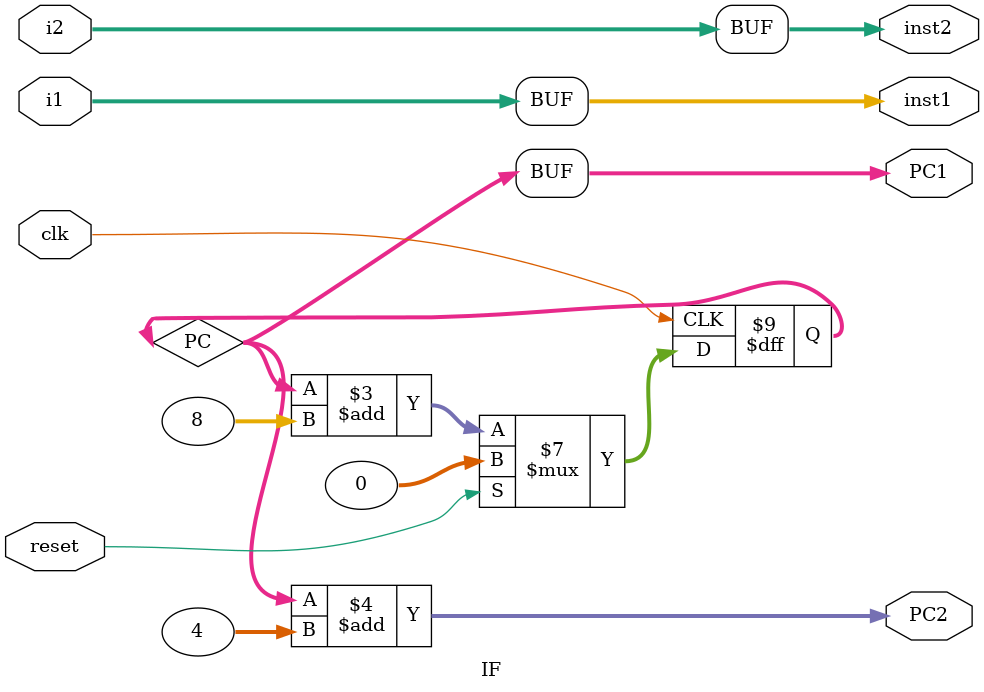
<source format=v>
`timescale 1ns / 1ps


module IF(
    input clk, reset,
    input [31:0] i1, i2,
    output wire [31:0] inst1, inst2, PC1, PC2
    );
    
    
    reg [31:0] PC;
    wire [31:0] PC1, PC2;
    
    //InstrMem I1(.reset(reset), .instr1(i1), .instr2(i2), .PC1(PC1), .PC2(PC2));
    
    initial
    begin PC=32'h00000000; end
    

    always@(posedge clk)
    begin
        if(reset==1'b1)
        PC = 31'h00000000;
        else
        PC=PC+8;
    end
    
    assign PC1 = PC;
    assign PC2 = PC1+4;
    assign inst1 = i1;
    assign inst2 = i2;
    
    
endmodule

</source>
